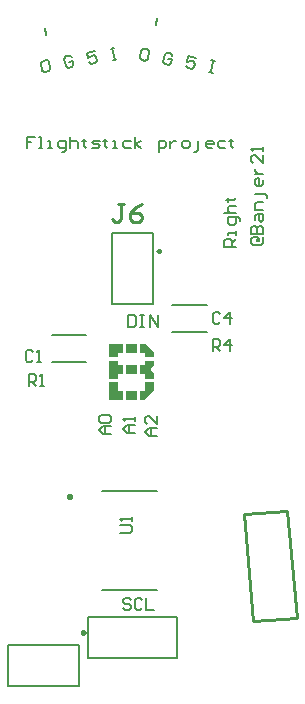
<source format=gbr>
%FSTAX23Y23*%
%MOMM*%
%SFA1B1*%

%IPPOS*%
%ADD32C,0.250000*%
%ADD33C,0.200000*%
%ADD34C,0.253999*%
%LNflightstick_trigger_rightv2_legend_top-1*%
%LPD*%
G36*
X-05687Y-20192D02*
X-05687Y-20953D01*
X-05688Y-20954*
X-0569Y-20955*
X-05698*
X-06646Y-20954*
X-06648Y-20952*
X-06647Y-20192*
X-05687Y-20192*
G37*
G36*
X-06923D02*
X-06923Y-20951D01*
X-06923Y-20953*
X-06924Y-20954*
X-06926Y-20955*
X-07301Y-20954*
X-07303Y-20955*
X-07304Y-20959*
X-07304Y-20962*
X-07304Y-21334*
X-07306Y-21336*
X-07309Y-21336*
X-07584Y-21336*
X-07584*
X-08067Y-21335*
X-08067Y-20192*
X-06923Y-20192*
G37*
G36*
X-05021D02*
X-0502Y-20195D01*
X-05019Y-20196*
X-05017Y-20198*
X-05016Y-20199*
X-05015Y-202*
X-05013Y-20202*
X-05012Y-20202*
X-05011Y-20203*
X-05011Y-20204*
X-05008Y-20207*
X-05007Y-20207*
X-05006Y-20208*
X-05006Y-20209*
X-05004Y-20211*
X-05003Y-20212*
X-05002Y-20213*
X-05001Y-20214*
X-04999Y-20216*
X-04998Y-20217*
X-04997Y-20218*
X-04996Y-20219*
X-04994Y-20221*
X-04993Y-20222*
X-04992Y-20223*
X-04991Y-20224*
X-04989Y-20226*
X-04988Y-20226*
X-04987Y-20227*
X-04987Y-20228*
X-04984Y-20231*
X-04983Y-20231*
X-04982Y-20232*
X-04982Y-20233*
X-04979Y-20235*
X-04978Y-20236*
X-04978Y-20237*
X-04977Y-20238*
X-04974Y-20241*
X-04973Y-20241*
X-04973Y-20242*
X-04972Y-20243*
X-04969Y-20246*
X-04968Y-20246*
X-04967Y-20248*
X-04965Y-2025*
X-04964Y-20251*
X-04963Y-20251*
X-04963Y-20252*
X-0496Y-20255*
X-04959Y-20256*
X-04958Y-20256*
X-04958Y-20257*
X-04955Y-2026*
X-04954Y-2026*
X-04954Y-20261*
X-04953Y-20262*
X-0495Y-20265*
X-04949Y-20265*
X-04949Y-20266*
X-04948Y-20267*
X-04945Y-2027*
X-04944Y-2027*
X-04944Y-20271*
X-04943Y-20272*
X-04941Y-20274*
X-0494Y-20275*
X-04939Y-20275*
X-04938Y-20276*
X-04936Y-20279*
X-04935Y-2028*
X-04934Y-2028*
X-04933Y-20281*
X-04931Y-20284*
X-0493Y-20284*
X-04929Y-20285*
X-04929Y-20286*
X-04926Y-20289*
X-04925Y-20289*
X-04924Y-2029*
X-04924Y-20291*
X-04922Y-20293*
X-04921Y-20294*
X-04919Y-20295*
X-04919Y-20296*
X-04917Y-20298*
X-04916Y-20299*
X-04915Y-203*
X-04914Y-20301*
X-04912Y-20303*
X-04911Y-20304*
X-0491Y-20305*
X-04909Y-20306*
X-04907Y-20308*
X-04906Y-20308*
X-04905Y-20309*
X-04905Y-2031*
X-04902Y-20313*
X-04901Y-20313*
X-049Y-20314*
X-049Y-20315*
X-04898Y-20317*
X-04896Y-20318*
X-04895Y-20319*
X-04895Y-2032*
X-04892Y-20322*
X-04891Y-20323*
X-04891Y-20324*
X-0489Y-20325*
X-04887Y-20327*
X-04886Y-20328*
X-04885Y-2033*
X-04883Y-20332*
X-04882Y-20333*
X-04881Y-20333*
X-04881Y-20334*
X-04878Y-20337*
X-04877Y-20338*
X-04876Y-20338*
X-04876Y-20339*
X-04873Y-20342*
X-04872Y-20342*
X-04872Y-20343*
X-04871Y-20344*
X-04868Y-20347*
X-04867Y-20347*
X-04867Y-20348*
X-04866Y-20349*
X-04863Y-20352*
X-04862Y-20352*
X-04861Y-20354*
X-04859Y-20356*
X-04858Y-20357*
X-04857Y-20357*
X-04857Y-20358*
X-04854Y-20361*
X-04853Y-20362*
X-04852Y-20362*
X-04852Y-20363*
X-04849Y-20366*
X-04848Y-20366*
X-04847Y-20367*
X-04847Y-20368*
X-04844Y-20371*
X-04843Y-20371*
X-04842Y-20372*
X-04842Y-20373*
X-04839Y-20376*
X-04838Y-20376*
X-04837Y-20377*
X-04837Y-20378*
X-04835Y-2038*
X-04834Y-20381*
X-04833Y-20382*
X-04832Y-20383*
X-0483Y-20385*
X-04829Y-20386*
X-04828Y-20387*
X-04827Y-20388*
X-04825Y-2039*
X-04824Y-2039*
X-04823Y-20391*
X-04823Y-20392*
X-0482Y-20395*
X-04819Y-20395*
X-04818Y-20396*
X-04818Y-20397*
X-04815Y-204*
X-04814Y-204*
X-04813Y-20401*
X-04813Y-20402*
X-04811Y-20404*
X-04809Y-20405*
X-04809Y-20406*
X-04808Y-20407*
X-04805Y-20409*
X-04804Y-2041*
X-04804Y-20411*
X-04803Y-20412*
X-04801Y-20414*
X-048Y-20414*
X-04799Y-20415*
X-04799Y-20416*
X-04796Y-20419*
X-04795Y-20419*
X-04794Y-2042*
X-04794Y-20421*
X-04791Y-20424*
X-0479Y-20425*
X-04789Y-20425*
X-04789Y-20426*
X-04786Y-20429*
X-04785Y-20429*
X-04785Y-2043*
X-04784Y-20431*
X-04781Y-20434*
X-0478Y-20434*
X-0478Y-20435*
X-04779Y-20436*
X-04776Y-20439*
X-04775Y-20439*
X-04774Y-20441*
X-04772Y-20443*
X-04771Y-20444*
X-0477Y-20444*
X-0477Y-20445*
X-04767Y-20448*
X-04766Y-20449*
X-04765Y-20449*
X-04764Y-2045*
X-04762Y-20453*
X-04761Y-20453*
X-0476Y-20454*
X-0476Y-20455*
X-04757Y-20458*
X-04756Y-20458*
X-04755Y-20459*
X-04755Y-2046*
X-04753Y-20462*
X-04752Y-20463*
X-04751Y-20464*
X-0475Y-20465*
X-04748Y-20467*
X-04747Y-20468*
X-04746Y-20469*
X-04745Y-2047*
X-04743Y-20472*
X-04742Y-20473*
X-04741Y-20474*
X-0474Y-20475*
X-04738Y-20477*
X-04737Y-20477*
X-04736Y-20478*
X-04736Y-20479*
X-04733Y-20482*
X-04732Y-20482*
X-04731Y-20484*
X-04729Y-20486*
X-04728Y-20487*
X-04727Y-20488*
X-04726Y-20489*
X-04724Y-20491*
X-04723Y-20492*
X-04722Y-20493*
X-04721Y-20494*
X-04719Y-20496*
X-04718Y-20496*
X-04717Y-20498*
X-04716Y-20499*
X-04714Y-20501*
X-04713Y-20501*
X-04712Y-20502*
X-04712Y-20503*
X-04709Y-20506*
X-04708Y-20506*
X-04707Y-20507*
X-04707Y-20508*
X-04704Y-20511*
X-04703Y-20511*
X-04703Y-20512*
X-04702Y-20513*
X-04699Y-20516*
X-04698Y-20516*
X-04698Y-20517*
X-04697Y-20518*
X-04694Y-20521*
X-04693Y-20521*
X-04692Y-20523*
X-0469Y-20525*
X-04689Y-20526*
X-04688Y-20526*
X-04688Y-20527*
X-04685Y-2053*
X-04684Y-20531*
X-04683Y-20531*
X-04683Y-20532*
X-0468Y-20535*
X-04679Y-20535*
X-04679Y-20536*
X-04678Y-20537*
X-04675Y-2054*
X-04674Y-2054*
X-04673Y-20541*
X-04673Y-20542*
X-04671Y-20544*
X-0467Y-20545*
X-04669Y-20545*
X-04668Y-20546*
X-04666Y-20549*
X-04665Y-2055*
X-04664Y-20551*
X-04663Y-20552*
X-04661Y-20554*
X-0466Y-20555*
X-04659Y-20556*
X-04658Y-20557*
X-04656Y-20559*
X-04655Y-2056*
X-04653Y-20562*
X-04651Y-20564*
X-0465Y-20564*
X-04649Y-20565*
X-04649Y-20566*
X-04646Y-20569*
X-04645Y-20569*
X-04644Y-2057*
X-04644Y-20571*
X-04642Y-20573*
X-04641Y-20574*
X-0464Y-20575*
X-04639Y-20576*
X-04637Y-20578*
X-04636Y-20579*
X-04635Y-2058*
X-04634Y-20581*
X-04632Y-20583*
X-04631Y-20583*
X-0463Y-20584*
X-0463Y-20585*
X-04627Y-20588*
X-04626Y-20588*
X-04625Y-20589*
X-04625Y-2059*
X-04622Y-20593*
X-04621Y-20593*
X-0462Y-20595*
X-04617Y-20598*
X-04616Y-20598*
X-04616Y-20599*
X-04615Y-206*
X-04612Y-20603*
X-04611Y-20603*
X-04611Y-20604*
X-0461Y-20605*
X-04607Y-20608*
X-04606Y-20608*
X-04605Y-2061*
X-04603Y-20612*
X-04602Y-20613*
X-04601Y-20613*
X-04601Y-20614*
X-04598Y-20617*
X-04597Y-20617*
X-04596Y-20618*
X-04596Y-20619*
X-04593Y-20622*
X-04592Y-20622*
X-04592Y-20623*
X-04591Y-20624*
X-04588Y-20627*
X-04587Y-20627*
X-04586Y-20628*
X-04586Y-20629*
X-04583Y-20632*
X-04582Y-20632*
X-04581Y-20634*
X-04579Y-20636*
X-04578Y-20637*
X-04577Y-20638*
X-04576Y-20638*
X-04574Y-20641*
X-04573Y-20642*
X-04572Y-20643*
X-04571Y-20644*
X-04569Y-20646*
X-04568Y-20646*
X-04567Y-20647*
X-04567Y-20648*
X-04564Y-20651*
X-04563Y-20651*
X-04562Y-20652*
X-04562Y-20653*
X-0456Y-20655*
X-04559Y-20656*
X-04558Y-20657*
X-04557Y-20658*
X-04555Y-2066*
X-04554Y-20661*
X-04553Y-20662*
X-04552Y-20663*
X-0455Y-20665*
X-04549Y-20666*
X-04548Y-20667*
X-04547Y-20668*
X-04545Y-2067*
X-04544Y-2067*
X-04543Y-20671*
X-04543Y-20672*
X-0454Y-20675*
X-04539Y-20675*
X-04538Y-20677*
X-04535Y-20679*
X-04534Y-2068*
X-04534Y-20681*
X-04533Y-20682*
X-0453Y-20685*
X-04529Y-20685*
X-04529Y-20686*
X-04528Y-20687*
X-04525Y-2069*
X-04524Y-2069*
X-04524Y-20691*
X-04523Y-20692*
X-04521Y-20694*
X-0452Y-20695*
X-04519Y-20695*
X-04519Y-20696*
X-04516Y-20699*
X-04515Y-207*
X-04514Y-20701*
X-04511Y-20704*
X-0451Y-20704*
X-0451Y-20705*
X-04509Y-20706*
X-04506Y-20709*
X-04505Y-20709*
X-04505Y-2071*
X-04504Y-20711*
X-04501Y-20714*
X-045Y-20714*
X-04499Y-20716*
X-04497Y-20718*
X-04496Y-20719*
X-04495Y-20719*
X-04494Y-2072*
X-04492Y-20723*
X-04491Y-20724*
X-0449Y-20725*
X-04489Y-20725*
X-04487Y-20728*
X-04486Y-20728*
X-04485Y-20729*
X-04485Y-2073*
X-04482Y-20733*
X-04481Y-20733*
X-0448Y-20734*
X-0448Y-20735*
X-04477Y-20738*
X-04476Y-20738*
X-04475Y-2074*
X-04473Y-20742*
X-04472Y-20743*
X-04471Y-20744*
X-0447Y-20745*
X-04468Y-20747*
X-04467Y-20748*
X-04466Y-20749*
X-04465Y-2075*
X-04463Y-20752*
X-04462Y-20753*
X-0446Y-20755*
X-04458Y-20757*
X-04457Y-20757*
X-04456Y-20758*
X-04456Y-20759*
X-04453Y-20762*
X-04452Y-20762*
X-04451Y-20763*
X-04451Y-20764*
X-04448Y-20766*
X-04447Y-20767*
X-04447Y-20768*
X-04446Y-20769*
X-04443Y-20772*
X-04442Y-20772*
X-04442Y-20773*
X-04441Y-20774*
X-04439Y-20776*
X-04438Y-20777*
X-04437Y-20777*
X-04437Y-20778*
X-04434Y-20781*
X-04433Y-20782*
X-04432Y-20782*
X-04432Y-20783*
X-04429Y-20786*
X-04428Y-20787*
X-04427Y-20788*
X-04424Y-20791*
X-04423Y-20791*
X-04423Y-20792*
X-04422Y-20793*
X-04419Y-20796*
X-04418Y-20796*
X-04418Y-20797*
X-04417Y-20798*
X-04414Y-20801*
X-04413Y-20801*
X-04412Y-20803*
X-0441Y-20805*
X-04409Y-20806*
X-04408Y-20806*
X-04407Y-20807*
X-04405Y-2081*
X-04404Y-20811*
X-04403Y-20811*
X-04402Y-20812*
X-044Y-20815*
X-04399Y-20815*
X-04398Y-20816*
X-04398Y-20817*
X-04395Y-2082*
X-04394Y-2082*
X-04393Y-20821*
X-04393Y-20822*
X-04391Y-20824*
X-0439Y-20825*
X-04389Y-20826*
X-04388Y-20827*
X-04386Y-20829*
X-04385Y-2083*
X-04384Y-20831*
X-04383Y-20832*
X-04381Y-20834*
X-0438Y-20835*
X-04379Y-20836*
X-04378Y-20837*
X-04376Y-20839*
X-04375Y-20839*
X-04374Y-2084*
X-04374Y-20841*
X-04371Y-20844*
X-0437Y-20844*
X-04369Y-20845*
X-04369Y-20846*
X-04366Y-20848*
X-04365Y-20849*
X-04365Y-2085*
X-04364Y-20851*
X-04361Y-20853*
X-0436Y-20854*
X-0436Y-20855*
X-04359Y-20856*
X-04357Y-20858*
X-04356Y-20859*
X-04355Y-2086*
X-04354Y-20861*
X-04352Y-20863*
X-04351Y-20864*
X-0435Y-20864*
X-0435Y-20865*
X-04347Y-20868*
X-04346Y-20869*
X-04345Y-20869*
X-04345Y-2087*
X-04342Y-20873*
X-04341Y-20873*
X-04341Y-20874*
X-0434Y-20875*
X-04337Y-20878*
X-04336Y-20878*
X-04336Y-20879*
X-04335Y-2088*
X-04333Y-20882*
X-04332Y-20883*
X-04331Y-20884*
X-0433Y-20885*
X-04328Y-20887*
X-04327Y-20888*
X-04326Y-20888*
X-04326Y-20889*
X-04323Y-20892*
X-04322Y-20893*
X-04321Y-20893*
X-0432Y-20894*
X-04318Y-20897*
X-04317Y-20897*
X-04316Y-20898*
X-04316Y-20899*
X-04313Y-20902*
X-04312Y-20902*
X-04311Y-20903*
X-04311Y-20904*
X-04308Y-20907*
X-04307Y-20907*
X-04306Y-20908*
X-04306Y-20909*
X-04304Y-20911*
X-04303Y-20912*
X-04302Y-20913*
X-04301Y-20914*
X-04299Y-20916*
X-04298Y-20917*
X-04297Y-20918*
X-04296Y-20919*
X-04294Y-20921*
X-04293Y-20921*
X-04292Y-20922*
X-04292Y-20923*
X-04289Y-20926*
X-04288Y-20926*
X-04287Y-20927*
X-04287Y-20928*
X-04285Y-2093*
X-04284Y-20931*
X-04282Y-20932*
X-04282Y-20933*
X-0428Y-20935*
X-04278Y-20936*
X-04278Y-20937*
X-04277Y-20938*
X-04275Y-2094*
X-04274Y-2094*
X-04273Y-20942*
X-04272Y-20943*
X-04271Y-20944*
X-04269Y-20945*
X-04268Y-20945*
Y-21089*
Y-21089*
X-04268Y-21336*
X-05026Y-21336*
X-05029Y-21335*
X-05031Y-21334*
X-0503Y-20958*
X-05031Y-20955*
X-05035Y-20954*
X-05038Y-20955*
X-0541Y-20954*
X-05412Y-20953*
X-05412Y-20949*
X-05412Y-20947*
X-05411Y-20192*
X-05021Y-20192*
G37*
G36*
X-04268Y-21616D02*
X-04268Y-22007D01*
X-04271Y-22007*
X-04272Y-22008*
X-04274Y-22011*
X-04274Y-22012*
X-04275Y-22012*
X-04277Y-22014*
X-04278Y-22015*
X-04279Y-22016*
X-0428Y-22017*
X-04282Y-22018*
X-04282Y-2202*
X-04283Y-22025*
X-04284Y-22026*
X-04286Y-22027*
X-04287Y-22028*
X-04287Y-22029*
X-0429Y-22031*
X-04291Y-22032*
X-04291Y-22032*
X-04292Y-22033*
X-04294Y-22036*
X-04295Y-22036*
X-04296Y-22037*
X-04297Y-22039*
X-04296Y-22042*
X-04299Y-22045*
X-043Y-22046*
X-04301Y-22048*
X-04302Y-22049*
X-04304Y-2205*
X-04305Y-22051*
X-04306Y-22053*
X-04307Y-22054*
X-04308Y-22055*
X-04309Y-22055*
X-04311Y-22057*
X-04311Y-22063*
X-04313Y-22064*
X-04315Y-22066*
X-04317Y-22069*
X-04318Y-22069*
X-0432Y-22071*
X-0432Y-22072*
X-04321Y-22073*
X-04322Y-22074*
X-04325Y-22075*
X-04326Y-22076*
X-04326Y-22083*
X-04329Y-22085*
X-04331Y-22086*
X-04331Y-22087*
X-04333Y-22089*
X-04334Y-22089*
X-04335Y-22091*
X-04336Y-22092*
X-04337Y-22094*
X-04338Y-22094*
X-0434Y-22096*
X-04341Y-22102*
X-04342Y-22103*
X-04343Y-22104*
X-04345Y-22106*
X-04346Y-22107*
X-04346Y-22108*
X-04347Y-22108*
X-0435Y-22111*
X-04351Y-22112*
X-04351Y-22113*
X-04352Y-22113*
X-04354Y-22114*
X-04355Y-22116*
X-04354Y-2212*
X-04355Y-22121*
X-04356Y-22122*
X-04358Y-22124*
X-04359Y-22124*
X-0436Y-22125*
X-04362Y-22128*
X-04363Y-22128*
X-04364Y-22129*
X-04364Y-2213*
X-04366Y-22132*
X-04367Y-22133*
X-04369Y-22134*
X-04369Y-22136*
X-04369Y-22139*
X-04371Y-22142*
X-04372Y-22142*
X-04374Y-22144*
X-04374Y-22145*
X-04376Y-22146*
X-04377Y-22147*
X-04379Y-22149*
X-04379Y-2215*
X-04381Y-22151*
X-04382Y-22152*
X-04383Y-22153*
X-04384Y-2216*
X-04385Y-22161*
X-04388Y-22162*
X-0439Y-22165*
X-04391Y-22166*
X-04393Y-22169*
X-04394Y-2217*
X-04395Y-2217*
X-04397Y-22172*
X-04398Y-22173*
X-04398Y-22179*
X-04399Y-2218*
X-04402Y-22182*
X-04403Y-22183*
X-04403Y-22184*
X-04405Y-22186*
X-04406Y-22186*
X-04407Y-22187*
X-04408Y-22188*
X-0441Y-2219*
X-04411Y-22191*
X-04412Y-22191*
X-04412Y-22193*
X-04413Y-22198*
X-04414Y-222*
X-04415Y-222*
X-04417Y-22201*
X-04417Y-22202*
X-04419Y-22205*
X-0442Y-22205*
X-04422Y-22206*
X-04422Y-22207*
X-04424Y-22209*
X-04425Y-2221*
X-04427Y-22211*
X-04427Y-22213*
X-04428Y-22218*
X-04428Y-22219*
X-04431Y-2222*
X-04432Y-22221*
X-04432Y-22222*
X-04434Y-22224*
X-04435Y-22225*
X-04436Y-22226*
X-04437Y-22227*
X-04439Y-22229*
X-0444Y-22229*
X-04442Y-22231*
X-04441Y-22236*
X-04443Y-22238*
X-04443Y-22238*
X-04444Y-22239*
X-04447Y-22241*
X-04447Y-22242*
X-04448Y-22243*
X-04449Y-22244*
X-04451Y-22246*
X-04452Y-22247*
X-04453Y-22248*
X-04454Y-22248*
X-04456Y-2225*
X-04456Y-22256*
X-04458Y-22257*
X-04458Y-22258*
X-0446Y-22259*
X-04461Y-2226*
X-04462Y-22262*
X-04463Y-22262*
X-04465Y-22264*
X-04466Y-22265*
X-04467Y-22267*
X-0447Y-22269*
X-0447Y-22269*
X-04471Y-22276*
X-04472Y-22277*
X-04474Y-22278*
X-04475Y-22279*
X-04476Y-2228*
X-04478Y-22282*
X-04479Y-22283*
X-0448Y-22284*
X-0448Y-22285*
X-04482Y-22287*
X-04483Y-22287*
X-04485Y-22289*
X-04485Y-22295*
X-04487Y-22296*
X-04488Y-22297*
X-0449Y-22299*
X-0449Y-223*
X-04491Y-22301*
X-04492Y-22301*
X-04493Y-22302*
X-04494Y-22302*
X-04494Y-22303*
X-04496Y-22306*
X-04497Y-22306*
X-04499Y-22307*
X-04499Y-2231*
X-04499Y-22313*
X-045Y-22315*
X-04501Y-22315*
X-04503Y-22317*
X-04504Y-22318*
X-04505Y-22319*
X-04507Y-22321*
X-04508Y-22322*
X-0451Y-22325*
X-04513Y-22326*
X-04514Y-22328*
X-04514Y-22332*
X-04515Y-22334*
X-04516Y-22335*
X-04517Y-22335*
X-04519Y-22337*
X-04519Y-22338*
X-04521Y-2234*
X-04522Y-2234*
X-04524Y-22342*
X-04524Y-22343*
X-04525Y-22344*
X-04526Y-22345*
X-04528Y-22346*
X-04528Y-22348*
X-04528Y-22352*
X-0453Y-22354*
X-04531Y-22354*
X-04533Y-22356*
X-04533Y-22357*
X-04534Y-22359*
X-04535Y-22359*
X-04537Y-2236*
X-04538Y-22361*
X-04539Y-22362*
X-04539Y-22363*
X-0454Y-22364*
X-04543Y-22366*
X-04543Y-22372*
X-04544Y-22373*
X-04547Y-22375*
X-04548Y-22376*
X-04546Y-22379*
X-04543Y-2238*
X-04543Y-22382*
X-04542Y-22387*
X-04539Y-22389*
X-04538Y-2239*
X-04538Y-22391*
X-04535Y-22393*
X-04534Y-22394*
X-04533Y-22395*
X-04533Y-22396*
X-04532Y-22397*
X-04531Y-22398*
X-04529Y-224*
X-04528Y-22402*
X-04529Y-22405*
X-04526Y-22407*
X-04525Y-22408*
X-04523Y-2241*
X-04523Y-22411*
X-04521Y-22412*
X-0452Y-22413*
X-04519Y-22415*
X-04518Y-22416*
X-04517Y-22417*
X-04516Y-22417*
X-04514Y-22419*
X-04514Y-22421*
X-04514Y-22423*
X-04514Y-22425*
X-04512Y-22426*
X-0451Y-22428*
X-04509Y-2243*
X-04508Y-22431*
X-04507Y-22431*
X-04505Y-22433*
X-04504Y-22434*
X-04503Y-22436*
X-04502Y-22436*
X-04499Y-22438*
X-04499Y-22445*
X-04498Y-22446*
X-04496Y-22447*
X-04494Y-22448*
X-04494Y-22449*
X-04493Y-22451*
X-04492Y-22451*
X-04489Y-22453*
X-04489Y-22454*
X-04488Y-22456*
X-04487Y-22456*
X-04485Y-22457*
X-04485Y-22459*
X-04484Y-22464*
X-04483Y-22465*
X-04482Y-22466*
X-0448Y-22467*
X-0448Y-22468*
X-04479Y-2247*
X-04478Y-2247*
X-04477Y-22471*
X-04476Y-22471*
X-04475Y-22472*
X-04474Y-22475*
X-04473Y-22475*
X-04471Y-22476*
X-0447Y-22478*
X-0447Y-22484*
X-04469Y-22484*
X-04467Y-22486*
X-04466Y-22487*
X-04465Y-22488*
X-04463Y-2249*
X-04462Y-2249*
X-04461Y-22492*
X-0446Y-22493*
X-04458Y-22494*
X-04458Y-22495*
X-04456Y-22496*
X-04456Y-22498*
X-04456Y-22501*
X-04455Y-22503*
X-04454Y-22504*
X-04453Y-22504*
X-04451Y-22507*
X-0445Y-22508*
X-04449Y-22508*
X-04448Y-22509*
X-04446Y-22511*
X-04446Y-22512*
X-04444Y-22513*
X-04443Y-22514*
X-04442Y-22515*
X-04441Y-22518*
X-04442Y-22519*
X-04441Y-22522*
X-0444Y-22523*
X-04437Y-22524*
X-04437Y-22525*
X-04436Y-22526*
X-04434Y-22528*
X-04433Y-22529*
X-0443Y-22533*
X-04428Y-22534*
X-04427Y-22535*
X-04427Y-22541*
X-04424Y-22543*
X-04422Y-22545*
X-04422Y-22546*
X-0442Y-22548*
X-04419Y-22548*
X-04418Y-22549*
X-04417Y-2255*
X-04415Y-22553*
X-04414Y-22553*
X-04412Y-22554*
X-04412Y-2256*
X-04411Y-22562*
X-04408Y-22563*
X-04406Y-22566*
X-04405Y-22567*
X-04404Y-22568*
X-04403Y-22568*
X-04403Y-22569*
X-04401Y-22571*
X-044Y-22572*
X-04398Y-22573*
X-04397Y-2258*
X-04397Y-22581*
X-04394Y-22582*
X-04393Y-22583*
X-04393Y-22584*
X-04391Y-22586*
X-0439Y-22587*
X-04388Y-22588*
X-04388Y-22589*
X-04386Y-22591*
X-04385Y-22591*
X-04383Y-22593*
X-04384Y-22598*
X-04382Y-226*
X-04382Y-226*
X-04381Y-22601*
X-04378Y-22603*
X-04378Y-22604*
X-04377Y-22605*
X-04376Y-22605*
X-04374Y-22608*
X-04373Y-22609*
X-04372Y-2261*
X-04371Y-2261*
X-04369Y-22612*
X-04369Y-22614*
X-04369Y-22616*
X-04369Y-22618*
X-04367Y-2262*
X-04365Y-22621*
X-04364Y-22622*
X-04364Y-22623*
X-04363Y-22624*
X-04362Y-22625*
X-0436Y-22626*
X-04359Y-22627*
X-04358Y-22629*
X-04355Y-22631*
X-04355Y-22631*
X-04354Y-22638*
X-04353Y-22639*
X-04351Y-2264*
X-0435Y-22641*
X-04349Y-22642*
X-04347Y-22644*
X-04345Y-22645*
X-04345Y-22648*
X-04345Y-2265*
X-04345Y-22652*
X-04343Y-22653*
X-04342Y-22654*
X-04341Y-22655*
X-0434Y-22656*
X-04339Y-22658*
X-04338Y-22658*
X-04337Y-22659*
X-04336Y-2266*
X-04336Y-2266*
X-04335Y-22662*
X-04334Y-22662*
X-04331Y-22665*
X-0433Y-22667*
X-04331Y-22669*
X-0433Y-22672*
X-04329Y-22672*
X-04327Y-22674*
X-04326Y-22675*
X-04325Y-22676*
X-04323Y-22678*
X-04322Y-22678*
X-04321Y-2268*
X-0432Y-22681*
X-04318Y-22683*
X-04317Y-22683*
X-04316Y-22685*
X-04315Y-22691*
X-04314Y-22692*
X-04313Y-22693*
X-04311Y-22695*
X-0431Y-22696*
X-04309Y-22697*
X-04308Y-22697*
X-04306Y-227*
X-04305Y-22701*
X-04304Y-22702*
X-04302Y-22703*
X-04301Y-22705*
X-04301Y-2271*
X-043Y-22711*
X-04298Y-22713*
X-04297Y-22713*
X-04296Y-22714*
X-04296Y-22716*
X-04295Y-22716*
X-04292Y-22718*
X-04292Y-22719*
X-04291Y-2272*
X-04291Y-22721*
X-0429Y-22721*
X-04287Y-22723*
X-04287Y-22725*
X-04286Y-22729*
X-04285Y-22731*
X-04284Y-22731*
X-04282Y-22733*
X-04282Y-22734*
X-0428Y-22736*
X-04279Y-22736*
X-04277Y-22738*
X-04277Y-22739*
X-04275Y-22741*
X-04274Y-22741*
X-04273Y-22742*
X-04272Y-22744*
X-04273Y-22747*
X-04271Y-2275*
X-04269Y-2275*
X-04268Y-22751*
X-04268Y-23141*
X-05028Y-23141*
X-0503Y-2314*
X-05031Y-23139*
X-0503Y-22763*
X-05031Y-22761*
X-05032Y-2276*
X-0541Y-22759*
X-05412Y-22758*
X-05412Y-22755*
X-05412Y-22351*
Y-22351*
X-05412Y-21995*
X-05411Y-21993*
X-05408Y-21992*
X-054Y-21992*
X-05032Y-21992*
X-05031Y-21991*
X-0503Y-21988*
X-05031Y-21984*
X-0503Y-21617*
X-05029Y-21616*
X-05025Y-21616*
X-04268Y-21616*
G37*
G36*
X-0664Y-21992D02*
X-0569Y-21992D01*
X-05688Y-21993*
X-05687Y-21994*
X-05687Y-21996*
X-05687Y-22759*
X-05688Y-22759*
X-0569Y-2276*
X-06646Y-22759*
X-06647Y-22759*
X-06648Y-22757*
Y-22423*
Y-22422*
X-06647Y-21994*
X-06646Y-21992*
X-06642Y-21992*
X-0664Y-21992*
G37*
G36*
X-07305Y-21616D02*
X-07304Y-21618D01*
X-07304Y-21988*
X-07304Y-2199*
X-07303Y-21992*
X-07301Y-21992*
X-06925Y-21992*
X-06923Y-21993*
X-06923Y-21995*
X-06923Y-21997*
X-06923Y-22754*
X-06922Y-22756*
X-06923Y-22758*
X-06923Y-22759*
X-06925Y-2276*
X-07303Y-2276*
X-07304Y-22762*
X-07304Y-22765*
X-07304Y-22767*
X-07304Y-2314*
X-07306Y-23141*
X-07308Y-23141*
X-07316Y-23141*
X-08067Y-23141*
Y-22152*
Y-22152*
X-08067Y-21616*
X-07308Y-21616*
X-07305Y-21616*
G37*
G36*
X-07306Y-23417D02*
X-07304Y-23418D01*
X-07304Y-24176*
X-07303Y-24178*
X-07301Y-24179*
X-07294Y-24179*
X-06931Y-24179*
X-06925Y-24179*
X-06923Y-24181*
X-06922Y-24184*
X-06923Y-24186*
X-06923Y-24942*
X-07443*
X-08067Y-24941*
X-08067Y-23417*
X-07319Y-23416*
X-07312Y-23417*
X-0731Y-23416*
X-07306Y-23417*
G37*
G36*
X-05016D02*
X-04268Y-23417D01*
X-04268Y-24188*
X-04271Y-24189*
X-04272Y-2419*
X-04272Y-24191*
X-04274Y-24193*
X-04275Y-24194*
X-04278Y-24196*
X-04278Y-24197*
X-04279Y-24198*
X-0428Y-24198*
X-04282Y-24201*
X-04283Y-24202*
X-04284Y-24203*
X-04285Y-24204*
X-04287Y-24206*
X-04288Y-24207*
X-04289Y-24208*
X-0429Y-24208*
X-04292Y-24211*
X-04293Y-24212*
X-04294Y-24213*
X-04295Y-24213*
X-04297Y-24215*
X-04297Y-24216*
X-04298Y-24217*
X-04299Y-24218*
X-04302Y-2422*
X-04302Y-24221*
X-04303Y-24222*
X-04304Y-24223*
X-04306Y-24225*
X-04307Y-24226*
X-04308Y-24227*
X-04309Y-24228*
X-04311Y-2423*
X-04312Y-24231*
X-04313Y-24232*
X-04314Y-24232*
X-04316Y-24235*
X-04317Y-24236*
X-04318Y-24237*
X-04319Y-24237*
X-04321Y-24239*
X-04321Y-2424*
X-04322Y-24241*
X-04323Y-24242*
X-04326Y-24245*
X-04327Y-24246*
X-04327Y-24246*
X-04328Y-24247*
X-04331Y-24249*
X-04331Y-2425*
X-04332Y-24251*
X-04333Y-24252*
X-04336Y-24254*
X-04336Y-24255*
X-04337Y-24256*
X-04338Y-24256*
X-04341Y-24259*
X-04341Y-2426*
X-04342Y-24261*
X-04343Y-24261*
X-04345Y-24264*
X-04346Y-24265*
X-04346Y-24265*
X-04347Y-24266*
X-0435Y-24269*
X-04351Y-2427*
X-04351Y-2427*
X-04352Y-24271*
X-04355Y-24273*
X-04355Y-24274*
X-04356Y-24275*
X-04357Y-24276*
X-0436Y-24278*
X-0436Y-24279*
X-04361Y-2428*
X-04362Y-2428*
X-04365Y-24283*
X-04365Y-24284*
X-04366Y-24285*
X-04367Y-24285*
X-04369Y-24288*
X-0437Y-24289*
X-04371Y-2429*
X-04372Y-2429*
X-04374Y-24293*
X-04375Y-24294*
X-04376Y-24295*
X-04377Y-24295*
X-04379Y-24297*
X-04379Y-24298*
X-04381Y-243*
X-04382Y-243*
X-04384Y-24302*
X-04384Y-24303*
X-04385Y-24304*
X-04386Y-24305*
X-04389Y-24307*
X-04389Y-24308*
X-0439Y-24309*
X-04391Y-2431*
X-04393Y-24312*
X-04394Y-24313*
X-04395Y-24314*
X-04396Y-24314*
X-04398Y-24317*
X-04399Y-24318*
X-044Y-24319*
X-04401Y-24319*
X-04403Y-24321*
X-04403Y-24322*
X-04405Y-24324*
X-04406Y-24324*
X-04408Y-24326*
X-04408Y-24327*
X-04409Y-24328*
X-0441Y-24329*
X-04413Y-24332*
X-04414Y-24332*
X-04414Y-24333*
X-04415Y-24334*
X-04418Y-24336*
X-04418Y-24337*
X-04419Y-24338*
X-0442Y-24339*
X-04423Y-24341*
X-04423Y-24342*
X-04424Y-24343*
X-04425Y-24343*
X-04428Y-24346*
X-04428Y-24347*
X-04431Y-2435*
X-04432Y-24351*
X-04433Y-24352*
X-04433Y-24352*
X-04434Y-24353*
X-04437Y-24356*
X-04438Y-24357*
X-04438Y-24357*
X-04439Y-24358*
X-04442Y-2436*
X-04442Y-24361*
X-04443Y-24362*
X-04444Y-24363*
X-04447Y-24365*
X-04447Y-24366*
X-04448Y-24367*
X-04449Y-24367*
X-04451Y-2437*
X-04452Y-24371*
X-04452Y-24371*
X-04453Y-24372*
X-04456Y-24375*
X-04457Y-24376*
X-04458Y-24377*
X-04458Y-24377*
X-04461Y-2438*
X-04462Y-24381*
X-04463Y-24382*
X-04464Y-24382*
X-04466Y-24384*
X-04466Y-24385*
X-04467Y-24386*
X-04468Y-24387*
X-04471Y-24389*
X-04471Y-2439*
X-04472Y-24391*
X-04473Y-24392*
X-04476Y-24394*
X-04476Y-24395*
X-04477Y-24396*
X-04478Y-24397*
X-0448Y-24399*
X-04481Y-244*
X-04482Y-24401*
X-04483Y-24401*
X-04485Y-24404*
X-04486Y-24405*
X-04487Y-24406*
X-04488Y-24406*
X-0449Y-24408*
X-0449Y-24409*
X-04491Y-2441*
X-04492Y-24411*
X-04495Y-24413*
X-04495Y-24414*
X-04496Y-24415*
X-04497Y-24416*
X-045Y-24418*
X-04501Y-24419*
X-04502Y-24421*
X-04505Y-24423*
X-04505Y-24424*
X-04506Y-24425*
X-04507Y-24425*
X-0451Y-24428*
X-0451Y-24429*
X-04511Y-2443*
X-04512Y-2443*
X-04515Y-24433*
X-04515Y-24434*
X-04516Y-24435*
X-04517Y-24435*
X-04519Y-24438*
X-0452Y-24439*
X-0452Y-24439*
X-04521Y-2444*
X-04524Y-24442*
X-04524Y-24443*
X-04525Y-24444*
X-04526Y-24445*
X-04529Y-24447*
X-04529Y-24448*
X-0453Y-24449*
X-04531Y-24449*
X-04534Y-24452*
X-04534Y-24453*
X-04535Y-24454*
X-04536Y-24454*
X-04539Y-24457*
X-04539Y-24458*
X-04542Y-24461*
X-04543Y-24462*
X-04544Y-24463*
X-04544Y-24464*
X-04546Y-24464*
X-04548Y-24466*
X-04548Y-24467*
X-0455Y-24469*
X-04551Y-24469*
X-04553Y-24471*
X-04553Y-24472*
X-04554Y-24473*
X-04555Y-24474*
X-04558Y-24476*
X-04558Y-24477*
X-04559Y-24478*
X-0456Y-24479*
X-04562Y-24481*
X-04563Y-24482*
X-04564Y-24483*
X-04565Y-24484*
X-04567Y-24486*
X-04568Y-24487*
X-04569Y-24488*
X-0457Y-24488*
X-04572Y-2449*
X-04572Y-24491*
X-04574Y-24493*
X-04575Y-24493*
X-04577Y-24495*
X-04577Y-24496*
X-04578Y-24497*
X-04579Y-24498*
X-04582Y-245*
X-04582Y-24501*
X-04583Y-24502*
X-04584Y-24503*
X-04586Y-24505*
X-04587Y-24506*
X-04588Y-24507*
X-04589Y-24508*
X-04592Y-2451*
X-04592Y-24511*
X-04593Y-24512*
X-04594Y-24512*
X-04596Y-24515*
X-04597Y-24516*
X-04598Y-24517*
X-04599Y-24517*
X-04601Y-2452*
X-04602Y-24521*
X-04602Y-24521*
X-04603Y-24522*
X-04606Y-24525*
X-04607Y-24526*
X-0461Y-24528*
X-04611Y-24529*
X-04611Y-2453*
X-04612Y-24531*
X-04613Y-24532*
X-04616Y-24534*
X-04616Y-24535*
X-04617Y-24536*
X-04618Y-24536*
X-04621Y-24539*
X-04621Y-2454*
X-04622Y-24541*
X-04623Y-24541*
X-04625Y-24544*
X-04626Y-24545*
X-04626Y-24545*
X-04627Y-24546*
X-0463Y-24549*
X-04631Y-2455*
X-04631Y-2455*
X-04632Y-24551*
X-04635Y-24553*
X-04635Y-24554*
X-04637Y-24556*
X-04638Y-24556*
X-0464Y-24558*
X-0464Y-24559*
X-04641Y-2456*
X-04642Y-24561*
X-04644Y-24563*
X-04645Y-24564*
X-04646Y-24565*
X-04647Y-24565*
X-04649Y-24568*
X-0465Y-24569*
X-04651Y-2457*
X-04652Y-2457*
X-04654Y-24573*
X-04655Y-24574*
X-04656Y-24575*
X-04657Y-24575*
X-04659Y-24577*
X-04659Y-24578*
X-0466Y-24579*
X-04661Y-2458*
X-04664Y-24582*
X-04664Y-24583*
X-04665Y-24584*
X-04666Y-24585*
X-04669Y-24587*
X-04669Y-24588*
X-0467Y-24589*
X-04671Y-2459*
X-04673Y-24592*
X-04674Y-24593*
X-04675Y-24594*
X-04676Y-24594*
X-04679Y-24597*
X-04679Y-24598*
X-0468Y-24599*
X-04681Y-24599*
X-04683Y-24602*
X-04684Y-24603*
X-04684Y-24603*
X-04685Y-24604*
X-04688Y-24607*
X-04689Y-24608*
X-04689Y-24608*
X-0469Y-24609*
X-04693Y-24612*
X-04694Y-24613*
X-04694Y-24613*
X-04695Y-24614*
X-04698Y-24616*
X-04698Y-24617*
X-04699Y-24618*
X-047Y-24618*
X-04703Y-24621*
X-04703Y-24622*
X-04704Y-24623*
X-04705Y-24623*
X-04707Y-24626*
X-04708Y-24627*
X-04708Y-24627*
X-04709Y-24628*
X-04712Y-24631*
X-04713Y-24632*
X-04713Y-24632*
X-04714Y-24633*
X-04717Y-24635*
X-04717Y-24636*
X-04718Y-24638*
X-0472Y-24638*
X-04722Y-2464*
X-04722Y-24641*
X-04723Y-24642*
X-04724Y-24643*
X-04727Y-24645*
X-04727Y-24646*
X-04728Y-24647*
X-04729Y-24648*
X-04732Y-2465*
X-04732Y-24651*
X-04734Y-24653*
X-04736Y-24655*
X-04737Y-24656*
X-04738Y-24657*
X-04739Y-24657*
X-04741Y-24659*
X-04741Y-2466*
X-04743Y-24662*
X-04744Y-24662*
X-04746Y-24664*
X-04746Y-24665*
X-04747Y-24666*
X-04748Y-24667*
X-04751Y-24669*
X-04751Y-2467*
X-04752Y-24671*
X-04753Y-24672*
X-04755Y-24674*
X-04756Y-24675*
X-04757Y-24676*
X-04758Y-24676*
X-0476Y-24679*
X-04761Y-2468*
X-04762Y-24681*
X-04763Y-24681*
X-04765Y-24683*
X-04766Y-24685*
X-04767Y-24686*
X-04768Y-24686*
X-0477Y-24689*
X-04771Y-2469*
X-04771Y-2469*
X-04772Y-24691*
X-04775Y-24694*
X-04776Y-24695*
X-04776Y-24695*
X-04777Y-24696*
X-0478Y-24698*
X-0478Y-24699*
X-04781Y-247*
X-04782Y-247*
X-04785Y-24703*
X-04785Y-24704*
X-04786Y-24705*
X-04787Y-24705*
X-04789Y-24708*
X-0479Y-24709*
X-04791Y-2471*
X-04792Y-2471*
X-04794Y-24713*
X-04795Y-24714*
X-04795Y-24714*
X-04796Y-24715*
X-04799Y-24718*
X-048Y-24719*
X-048Y-24719*
X-04801Y-2472*
X-04804Y-24722*
X-04804Y-24723*
X-04805Y-24724*
X-04806Y-24724*
X-04809Y-24727*
X-04809Y-24728*
X-0481Y-24729*
X-04811Y-24729*
X-04813Y-24732*
X-04814Y-24733*
X-04815Y-24734*
X-04816Y-24734*
X-04818Y-24737*
X-04819Y-24738*
X-0482Y-24739*
X-04821Y-24739*
X-04823Y-24742*
X-04824Y-24743*
X-04825Y-24744*
X-04826Y-24744*
X-04828Y-24746*
X-04828Y-24747*
X-04829Y-24748*
X-0483Y-24749*
X-04833Y-24751*
X-04833Y-24752*
X-04834Y-24753*
X-04835Y-24754*
X-04837Y-24756*
X-04838Y-24757*
X-04839Y-24758*
X-0484Y-24758*
X-04842Y-24761*
X-04843Y-24762*
X-04844Y-24763*
X-04845Y-24763*
X-04847Y-24766*
X-04848Y-24767*
X-0485Y-24768*
X-04852Y-2477*
X-04853Y-24771*
X-04853Y-24772*
X-04854Y-24773*
X-04857Y-24776*
X-04858Y-24777*
X-04858Y-24777*
X-04859Y-24778*
X-04862Y-24781*
X-04863Y-24782*
X-04863Y-24782*
X-04864Y-24783*
X-04867Y-24785*
X-04867Y-24786*
X-04868Y-24787*
X-04869Y-24787*
X-04872Y-2479*
X-04872Y-24791*
X-04873Y-24792*
X-04874Y-24792*
X-04876Y-24795*
X-04877Y-24796*
X-04877Y-24796*
X-04878Y-24797*
X-04881Y-248*
X-04882Y-24801*
X-04882Y-24801*
X-04883Y-24802*
X-04886Y-24805*
X-04887Y-24806*
X-04888Y-24807*
X-04891Y-24809*
X-04891Y-2481*
X-04892Y-24811*
X-04893Y-24811*
X-04895Y-24814*
X-04896Y-24815*
X-04897Y-24816*
X-04898Y-24817*
X-049Y-24819*
X-04901Y-2482*
X-04902Y-24821*
X-04903Y-24821*
X-04905Y-24824*
X-04906Y-24825*
X-04907Y-24826*
X-04908Y-24826*
X-0491Y-24828*
X-0491Y-24829*
X-04912Y-24831*
X-04913Y-24831*
X-04915Y-24833*
X-04915Y-24834*
X-04916Y-24835*
X-04917Y-24836*
X-04919Y-24838*
X-0492Y-24839*
X-04921Y-2484*
X-04922Y-24841*
X-04924Y-24843*
X-04925Y-24844*
X-04926Y-24845*
X-04927Y-24845*
X-04929Y-24848*
X-0493Y-24849*
X-04931Y-2485*
X-04932Y-2485*
X-04934Y-24852*
X-04934Y-24853*
X-04936Y-24855*
X-04937Y-24855*
X-04939Y-24857*
X-04939Y-24859*
X-0494Y-24859*
X-04941Y-2486*
X-04944Y-24862*
X-04944Y-24863*
X-04945Y-24864*
X-04946Y-24865*
X-04949Y-24867*
X-04949Y-24868*
X-0495Y-24869*
X-04951Y-24869*
X-04954Y-24872*
X-04954Y-24873*
X-04955Y-24874*
X-04956Y-24874*
X-04958Y-24877*
X-04959Y-24878*
X-0496Y-24879*
X-04961Y-24879*
X-04963Y-24882*
X-04964Y-24883*
X-04964Y-24883*
X-04965Y-24884*
X-04968Y-24887*
X-04969Y-24888*
X-0497Y-24889*
X-04973Y-24891*
X-04973Y-24892*
X-04974Y-24893*
X-04975Y-24893*
X-04978Y-24896*
X-04978Y-24897*
X-04979Y-24898*
X-0498Y-24898*
X-04982Y-24901*
X-04983Y-24902*
X-04984Y-24903*
X-04985Y-24903*
X-04987Y-24906*
X-04988Y-24907*
X-04989Y-24908*
X-0499Y-24908*
X-04992Y-2491*
X-04992Y-24911*
X-04993Y-24912*
X-04994Y-24913*
X-04997Y-24915*
X-04997Y-24916*
X-04998Y-24917*
X-04999Y-24918*
X-05002Y-2492*
X-05002Y-24921*
X-05003Y-24922*
X-05004Y-24923*
X-05006Y-24925*
X-05006Y-24925*
X-05007Y-24926*
X-05008Y-24927*
X-05009Y-24928*
X-05011Y-2493*
X-05012Y-24931*
X-05013Y-24932*
X-05014Y-24932*
X-05016Y-24934*
X-05016Y-24935*
X-05018Y-24937*
X-0502Y-24938*
X-05021Y-2494*
X-05021Y-24942*
X-05412Y-24941*
X-05412Y-24182*
X-05411Y-2418*
X-0541Y-24179*
X-05408Y-24179*
X-05034Y-24179*
X-05031Y-24178*
X-0503Y-24175*
X-05031Y-24171*
X-0503Y-23418*
X-05029Y-23417*
X-05027Y-23416*
X-05016Y-23417*
G37*
G36*
X-05687Y-2418D02*
X-05687Y-24182D01*
X-05687Y-24942*
X-06648Y-24941*
Y-24735*
Y-24734*
X-06647Y-24181*
X-06645Y-24179*
X-05695Y-24179*
X-05689Y-24179*
X-05687Y-2418*
G37*
G54D32*
X-0372Y-12342D02*
D01*
X-03721Y-12334*
X-03722Y-12325*
X-03723Y-12316*
X-03725Y-12308*
X-03728Y-123*
X-03731Y-12292*
X-03735Y-12284*
X-03739Y-12276*
X-03744Y-12269*
X-0375Y-12262*
X-03756Y-12256*
X-03762Y-1225*
X-03769Y-12244*
X-03776Y-12239*
X-03783Y-12234*
X-03791Y-1223*
X-03799Y-12227*
X-03807Y-12224*
X-03815Y-12221*
X-03824Y-12219*
X-03832Y-12218*
X-03841Y-12218*
X-0385*
X-03859Y-12218*
X-03867Y-12219*
X-03876Y-12221*
X-03884Y-12224*
X-03892Y-12227*
X-039Y-1223*
X-03908Y-12234*
X-03915Y-12239*
X-03922Y-12244*
X-03929Y-1225*
X-03935Y-12256*
X-03941Y-12262*
X-03947Y-12269*
X-03951Y-12276*
X-03956Y-12284*
X-0396Y-12292*
X-03963Y-123*
X-03966Y-12308*
X-03968Y-12316*
X-03969Y-12325*
X-0397Y-12334*
X-0397Y-12342*
X-0397Y-12351*
X-03969Y-1236*
X-03968Y-12368*
X-03966Y-12377*
X-03963Y-12385*
X-0396Y-12393*
X-03956Y-12401*
X-03951Y-12409*
X-03947Y-12416*
X-03941Y-12423*
X-03935Y-12429*
X-03929Y-12435*
X-03922Y-12441*
X-03915Y-12446*
X-03908Y-12451*
X-039Y-12455*
X-03892Y-12458*
X-03884Y-12461*
X-03876Y-12464*
X-03867Y-12466*
X-03859Y-12467*
X-0385Y-12467*
X-03841*
X-03832Y-12467*
X-03824Y-12466*
X-03815Y-12464*
X-03807Y-12461*
X-03799Y-12458*
X-03791Y-12455*
X-03783Y-12451*
X-03776Y-12446*
X-03769Y-12441*
X-03762Y-12435*
X-03756Y-12429*
X-0375Y-12423*
X-03744Y-12416*
X-03739Y-12409*
X-03735Y-12401*
X-03731Y-12393*
X-03728Y-12385*
X-03725Y-12377*
X-03723Y-12368*
X-03722Y-1236*
X-03721Y-12351*
X-0372Y-12342*
X-10145Y-44659D02*
D01*
X-10146Y-44651*
X-10147Y-44642*
X-10148Y-44633*
X-1015Y-44625*
X-10153Y-44617*
X-10156Y-44609*
X-1016Y-44601*
X-10164Y-44593*
X-10169Y-44586*
X-10175Y-44579*
X-10181Y-44573*
X-10187Y-44567*
X-10194Y-44561*
X-10201Y-44556*
X-10208Y-44551*
X-10216Y-44547*
X-10224Y-44544*
X-10232Y-44541*
X-1024Y-44538*
X-10249Y-44536*
X-10257Y-44535*
X-10266Y-44535*
X-10275*
X-10284Y-44535*
X-10292Y-44536*
X-10301Y-44538*
X-10309Y-44541*
X-10317Y-44544*
X-10325Y-44547*
X-10333Y-44551*
X-1034Y-44556*
X-10347Y-44561*
X-10354Y-44567*
X-1036Y-44573*
X-10366Y-44579*
X-10372Y-44586*
X-10376Y-44593*
X-10381Y-44601*
X-10385Y-44609*
X-10388Y-44617*
X-10391Y-44625*
X-10393Y-44633*
X-10394Y-44642*
X-10395Y-44651*
X-10395Y-44659*
X-10395Y-44668*
X-10394Y-44677*
X-10393Y-44685*
X-10391Y-44694*
X-10388Y-44702*
X-10385Y-4471*
X-10381Y-44718*
X-10376Y-44726*
X-10372Y-44733*
X-10366Y-4474*
X-1036Y-44746*
X-10354Y-44752*
X-10347Y-44758*
X-1034Y-44763*
X-10333Y-44768*
X-10325Y-44772*
X-10317Y-44775*
X-10309Y-44778*
X-10301Y-44781*
X-10292Y-44783*
X-10284Y-44784*
X-10275Y-44784*
X-10266*
X-10257Y-44784*
X-10249Y-44783*
X-1024Y-44781*
X-10232Y-44778*
X-10224Y-44775*
X-10216Y-44772*
X-10208Y-44768*
X-10201Y-44763*
X-10194Y-44758*
X-10187Y-44752*
X-10181Y-44746*
X-10175Y-4474*
X-10169Y-44733*
X-10164Y-44726*
X-1016Y-44718*
X-10156Y-4471*
X-10153Y-44702*
X-1015Y-44694*
X-10148Y-44685*
X-10147Y-44677*
X-10146Y-44668*
X-10145Y-44659*
X-11299Y-33129D02*
D01*
X-113Y-33121*
X-11301Y-33112*
X-11302Y-33103*
X-11304Y-33095*
X-11307Y-33087*
X-1131Y-33079*
X-11314Y-33071*
X-11318Y-33063*
X-11323Y-33056*
X-11329Y-33049*
X-11335Y-33043*
X-11341Y-33037*
X-11348Y-33031*
X-11355Y-33026*
X-11362Y-33021*
X-1137Y-33017*
X-11378Y-33014*
X-11386Y-33011*
X-11394Y-33008*
X-11403Y-33006*
X-11411Y-33005*
X-1142Y-33005*
X-11429*
X-11438Y-33005*
X-11446Y-33006*
X-11455Y-33008*
X-11463Y-33011*
X-11471Y-33014*
X-11479Y-33017*
X-11487Y-33021*
X-11494Y-33026*
X-11501Y-33031*
X-11508Y-33037*
X-11514Y-33043*
X-1152Y-33049*
X-11526Y-33056*
X-1153Y-33063*
X-11535Y-33071*
X-11539Y-33079*
X-11542Y-33087*
X-11545Y-33095*
X-11547Y-33103*
X-11548Y-33112*
X-11549Y-33121*
X-11549Y-33129*
X-11549Y-33138*
X-11548Y-33147*
X-11547Y-33155*
X-11545Y-33164*
X-11542Y-33172*
X-11539Y-3318*
X-11535Y-33188*
X-1153Y-33196*
X-11526Y-33203*
X-1152Y-3321*
X-11514Y-33216*
X-11508Y-33222*
X-11501Y-33228*
X-11494Y-33233*
X-11487Y-33238*
X-11479Y-33242*
X-11471Y-33245*
X-11463Y-33248*
X-11455Y-33251*
X-11446Y-33253*
X-11438Y-33254*
X-11429Y-33254*
X-1142*
X-11411Y-33254*
X-11403Y-33253*
X-11394Y-33251*
X-11386Y-33248*
X-11378Y-33245*
X-1137Y-33242*
X-11362Y-33238*
X-11355Y-33233*
X-11348Y-33228*
X-11341Y-33222*
X-11335Y-33216*
X-11329Y-3321*
X-11323Y-33203*
X-11318Y-33196*
X-11314Y-33188*
X-1131Y-3318*
X-11307Y-33172*
X-11304Y-33164*
X-11302Y-33155*
X-11301Y-33147*
X-113Y-33138*
X-11299Y-33129*
G54D33*
X-12931Y-21702D02*
X-10015D01*
X-02728Y-19162D02*
X00188D01*
X-02728Y-16905D02*
X00188D01*
X-12931Y-19445D02*
X-10015D01*
X-13515Y06541D02*
X-13405Y05915D01*
X-04345Y-16842D02*
Y-10842D01*
X-07845Y-16842D02*
X-04345D01*
X-16588Y-45678D02*
X-10588D01*
X-07845Y-16842D02*
Y-10842D01*
X-04345*
X-08674Y-32629D02*
X-04024D01*
X-08674Y-41029D02*
X-04024D01*
X-04093Y06761D02*
X-03983Y07387D01*
X-10588Y-49178D02*
Y-45678D01*
X-16588Y-49178D02*
X-10588D01*
X-16588D02*
Y-45678D01*
X-09845Y-46834D02*
X-02345D01*
X-09845D02*
Y-43334D01*
X-02345*
Y-46834D02*
Y-43334D01*
X-04817Y04742D02*
X-05145Y048D01*
X-05338Y04665*
X-05454Y04009*
X-05319Y03816*
X-04991Y03758*
X-04798Y03893*
X-04682Y04549*
X-04817Y04742*
X-02713Y04202D02*
X-02848Y04395D01*
X-03176Y04453*
X-03369Y04318*
X-03485Y03662*
X-0335Y03469*
X-03022Y03411*
X-02829Y03546*
X-02771Y03874*
X-03099Y03932*
X-00715Y04019D02*
X-01371Y04135D01*
X-01458Y03643*
X-01101Y03749*
X-00937Y0372*
X-00802Y03527*
X-0086Y03199*
X-01053Y03064*
X-01381Y03121*
X-01516Y03314*
X00597Y03788D02*
X00925Y0373D01*
X00761Y03759*
X00587Y02774*
X00423Y02803*
X00751Y02745*
X-13362Y03842D02*
X-1369Y03785D01*
X-13825Y03592*
X-13709Y02935*
X-13516Y028*
X-13188Y02858*
X-13053Y03051*
X-13169Y03707*
X-13362Y03842*
X-112Y04055D02*
X-11393Y0419D01*
X-11721Y04132*
X-11856Y03939*
X-1174Y03282*
X-11547Y03147*
X-11219Y03205*
X-11084Y03398*
X-11142Y03726*
X-1147Y03668*
X-0926Y04566D02*
X-09916Y0445D01*
X-09829Y03958*
X-0953Y0418*
X-09366Y04209*
X-09173Y04074*
X-09115Y03745*
X-0925Y03552*
X-09578Y03494*
X-09771Y0363*
X-07947Y04797D02*
X-07619Y04855D01*
X-07783Y04826*
X-07609Y03842*
X-07773Y03813*
X-07445Y03871*
X-06245Y-41892D02*
X-06412Y-41726D01*
X-06745*
X-06911Y-41892*
Y-42059*
X-06745Y-42226*
X-06412*
X-06245Y-42392*
Y-42559*
X-06412Y-42725*
X-06745*
X-06911Y-42559*
X-05245Y-41892D02*
X-05412Y-41726D01*
X-05745*
X-05912Y-41892*
Y-42559*
X-05745Y-42725*
X-05412*
X-05245Y-42559*
X-04912Y-41726D02*
Y-42725D01*
X-04246*
X02641Y-11991D02*
X01642D01*
Y-11492*
X01808Y-11325*
X02141*
X02308Y-11492*
Y-11991*
Y-11658D02*
X02641Y-11325D01*
Y-10992D02*
Y-10659D01*
Y-10825*
X01975*
Y-10992*
X02974Y-09826D02*
Y-09659D01*
X02808Y-09492*
X01975*
Y-09992*
X02141Y-10159*
X02475*
X02641Y-09992*
Y-09492*
X01642Y-09159D02*
X02641D01*
X02141*
X01975Y-08992*
Y-08659*
X02141Y-08493*
X02641*
X01808Y-07993D02*
X01975D01*
Y-08159*
Y-07826*
Y-07993*
X02475*
X02641Y-07826*
X-07946Y-27866D02*
X-08613D01*
X-08946Y-27533*
X-08613Y-272*
X-07946*
X-08446*
Y-27866*
X-0878Y-26867D02*
X-08946Y-267D01*
Y-26367*
X-0878Y-262*
X-08113*
X-07946Y-26367*
Y-267*
X-08113Y-26867*
X-0878*
X-05914Y-27739D02*
X-06581D01*
X-06914Y-27406*
X-06581Y-27073*
X-05914*
X-06414*
Y-27739*
X-05914Y-2674D02*
Y-26407D01*
Y-26573*
X-06914*
X-06748Y-2674*
X-04009Y-27993D02*
X-04676D01*
X-05009Y-2766*
X-04676Y-27327*
X-04009*
X-04509*
Y-27993*
X-04009Y-26327D02*
Y-26994D01*
X-04676Y-26327*
X-04843*
X-05009Y-26494*
Y-26827*
X-04843Y-26994*
X04594Y-11365D02*
X04427D01*
Y-11531*
X04594*
Y-11365*
X04427Y-11198*
X04094*
X03928Y-11365*
Y-11698*
X04094Y-11864*
X04761*
X04927Y-11698*
Y-11198*
X03928Y-10865D02*
X04927D01*
Y-10365*
X04761Y-10198*
X04594*
X04427Y-10365*
Y-10865*
Y-10365*
X04261Y-10198*
X04094*
X03928Y-10365*
Y-10865*
X04261Y-09699D02*
Y-09365D01*
X04427Y-09199*
X04927*
Y-09699*
X04761Y-09865*
X04594Y-09699*
Y-09199*
X04927Y-08865D02*
X04261D01*
Y-08366*
X04427Y-08199*
X04927*
X0526Y-07866D02*
Y-07699D01*
X05094Y-07533*
X04261*
X04927Y-06366D02*
Y-06699D01*
X04761Y-06866*
X04427*
X04261Y-06699*
Y-06366*
X04427Y-062*
X04594*
Y-06866*
X04261Y-05866D02*
X04927D01*
X04594*
X04427Y-057*
X04261Y-05533*
Y-05367*
X04927Y-042D02*
Y-04867D01*
X04261Y-042*
X04094*
X03928Y-04367*
Y-047*
X04094Y-04867*
X04927Y-03867D02*
Y-03534D01*
Y-037*
X03928*
X04094Y-03867*
X-14373Y-02658D02*
X-15039D01*
Y-03157*
X-14706*
X-15039*
Y-03657*
X-1404D02*
X-13707D01*
X-13873*
Y-02658*
X-1404*
X-13207Y-03657D02*
X-12874D01*
X-1304*
Y-02991*
X-13207*
X-1204Y-0399D02*
X-11874D01*
X-11707Y-03824*
Y-02991*
X-12207*
X-12374Y-03157*
Y-03491*
X-12207Y-03657*
X-11707*
X-11374Y-02658D02*
Y-03657D01*
Y-03157*
X-11207Y-02991*
X-10874*
X-10708Y-03157*
Y-03657*
X-10208Y-02824D02*
Y-02991D01*
X-10374*
X-10041*
X-10208*
Y-03491*
X-10041Y-03657*
X-09541D02*
X-09041D01*
X-08875Y-03491*
X-09041Y-03324*
X-09375*
X-09541Y-03157*
X-09375Y-02991*
X-08875*
X-08375Y-02824D02*
Y-02991D01*
X-08542*
X-08208*
X-08375*
Y-03491*
X-08208Y-03657*
X-07709D02*
X-07375D01*
X-07542*
Y-02991*
X-07709*
X-06209D02*
X-06709D01*
X-06875Y-03157*
Y-03491*
X-06709Y-03657*
X-06209*
X-05876D02*
Y-02658D01*
Y-03324D02*
X-05376Y-02991D01*
X-05876Y-03324D02*
X-05376Y-03657D01*
X-03876Y-0399D02*
Y-02991D01*
X-03377*
X-0321Y-03157*
Y-03491*
X-03377Y-03657*
X-03876*
X-02877Y-02991D02*
Y-03657D01*
Y-03324*
X-0271Y-03157*
X-02544Y-02991*
X-02377*
X-0171Y-03657D02*
X-01377D01*
X-01211Y-03491*
Y-03157*
X-01377Y-02991*
X-0171*
X-01877Y-03157*
Y-03491*
X-0171Y-03657*
X-00877Y-0399D02*
X-00711D01*
X-00544Y-03824*
Y-02991*
X00621Y-03657D02*
X00288D01*
X00121Y-03491*
Y-03157*
X00288Y-02991*
X00621*
X00788Y-03157*
Y-03324*
X00121*
X01787Y-02991D02*
X01288D01*
X01121Y-03157*
Y-03491*
X01288Y-03657*
X01787*
X02287Y-02824D02*
Y-02991D01*
X02121*
X02454*
X02287*
Y-03491*
X02454Y-03657*
X0069Y-20819D02*
Y-1982D01*
X0119*
X01357Y-19986*
Y-2032*
X0119Y-20486*
X0069*
X01024D02*
X01357Y-20819D01*
X0219D02*
Y-1982D01*
X0169Y-2032*
X02357*
X-1489Y-2374D02*
Y-22741D01*
X-1439*
X-14224Y-22907*
Y-23241*
X-1439Y-23407*
X-1489*
X-14557D02*
X-14224Y-2374D01*
X-1389D02*
X-13557D01*
X-13724*
Y-22741*
X-1389Y-22907*
X01357Y-177D02*
X0119Y-17534D01*
X00857*
X0069Y-177*
Y-18367*
X00857Y-18533*
X0119*
X01357Y-18367*
X0219Y-18533D02*
Y-17534D01*
X0169Y-18034*
X02357*
X-14478Y-20875D02*
X-14644Y-20709D01*
X-14977*
X-15144Y-20875*
Y-21542*
X-14977Y-21708*
X-14644*
X-14478Y-21542*
X-14144Y-21708D02*
X-13811D01*
X-13978*
Y-20709*
X-14144Y-20875*
X-06456Y-17788D02*
Y-18787D01*
X-05956*
X-0579Y-18621*
Y-17954*
X-05956Y-17788*
X-06456*
X-05456D02*
X-05123D01*
X-0529*
Y-18787*
X-05456*
X-05123*
X-04623D02*
Y-17788D01*
X-03957Y-18787*
Y-17788*
X-07103Y-36226D02*
X-0627D01*
X-06104Y-36059*
Y-35726*
X-0627Y-3556*
X-07103*
X-06104Y-35226D02*
Y-34893D01*
Y-3506*
X-07103*
X-06937Y-35226*
G54D34*
X07422Y-38854D02*
X07818Y-43387D01*
X04132Y-43709D02*
X07818Y-43387D01*
X07025Y-34322D02*
X07818Y-43387D01*
X03339Y-34644D02*
X04132Y-43709D01*
X03339Y-34644D02*
X07025Y-34322D01*
X-06782Y-08357D02*
X-07289D01*
X-07036*
Y-09626*
X-07289Y-0988*
X-07543*
X-07797Y-09626*
X-05258Y-08357D02*
X-05766Y-08611D01*
X-06274Y-09118*
Y-09626*
X-0602Y-0988*
X-05512*
X-05258Y-09626*
Y-09372*
X-05512Y-09118*
X-06274*
M02*
</source>
